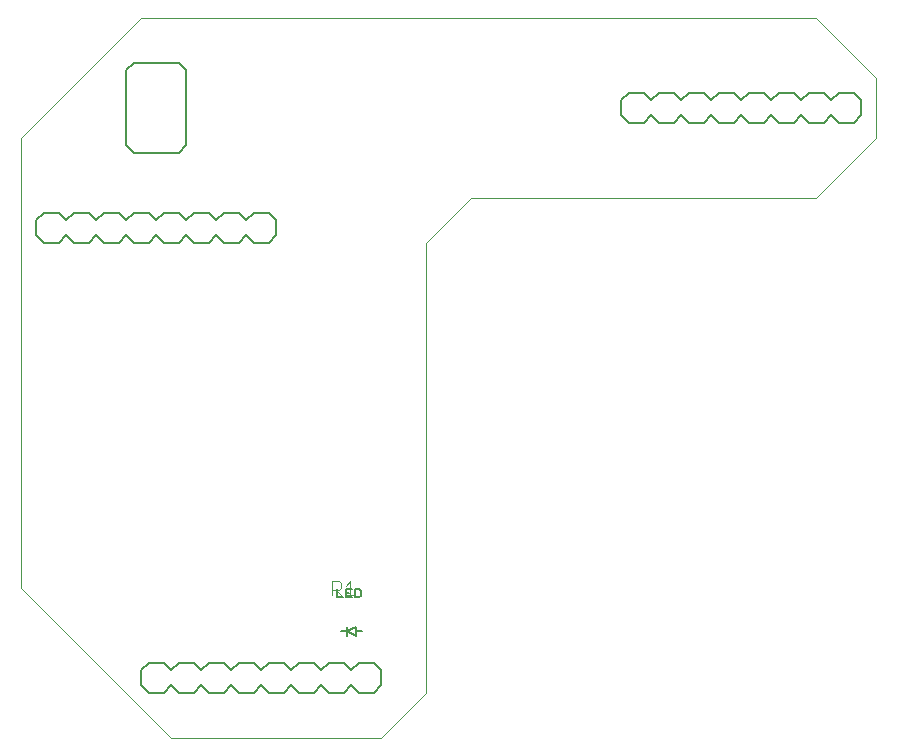
<source format=gto>
G75*
%MOIN*%
%OFA0B0*%
%FSLAX25Y25*%
%IPPOS*%
%LPD*%
%AMOC8*
5,1,8,0,0,1.08239X$1,22.5*
%
%ADD10C,0.00000*%
%ADD11C,0.00500*%
%ADD12C,0.00800*%
%ADD13C,0.00400*%
D10*
X0051000Y0001000D02*
X0121000Y0001000D01*
X0136000Y0016000D01*
X0136000Y0166000D01*
X0151000Y0181000D01*
X0266000Y0181000D01*
X0286000Y0201000D01*
X0286000Y0221000D01*
X0266000Y0241000D01*
X0041000Y0241000D01*
X0001000Y0201000D01*
X0001000Y0051000D01*
X0051000Y0001000D01*
D11*
X0106347Y0047893D02*
X0106347Y0050595D01*
X0106347Y0047893D02*
X0108149Y0047893D01*
X0109294Y0047893D02*
X0109294Y0050595D01*
X0111096Y0050595D01*
X0112240Y0050595D02*
X0112240Y0047893D01*
X0113592Y0047893D01*
X0114042Y0048343D01*
X0114042Y0050144D01*
X0113592Y0050595D01*
X0112240Y0050595D01*
X0110195Y0049244D02*
X0109294Y0049244D01*
X0109294Y0047893D02*
X0111096Y0047893D01*
X0053500Y0196000D02*
X0038500Y0196000D01*
X0036000Y0198500D01*
X0036000Y0223500D01*
X0038500Y0226000D01*
X0053500Y0226000D01*
X0056000Y0223500D01*
X0056000Y0198500D01*
X0053500Y0196000D01*
D12*
X0041000Y0023500D02*
X0041000Y0018500D01*
X0043500Y0016000D01*
X0048500Y0016000D01*
X0051000Y0018500D01*
X0053500Y0016000D01*
X0058500Y0016000D01*
X0061000Y0018500D01*
X0063500Y0016000D01*
X0068500Y0016000D01*
X0071000Y0018500D01*
X0073500Y0016000D01*
X0078500Y0016000D01*
X0081000Y0018500D01*
X0083500Y0016000D01*
X0088500Y0016000D01*
X0091000Y0018500D01*
X0093500Y0016000D01*
X0098500Y0016000D01*
X0101000Y0018500D01*
X0103500Y0016000D01*
X0108500Y0016000D01*
X0111000Y0018500D01*
X0113500Y0016000D01*
X0118500Y0016000D01*
X0121000Y0018500D01*
X0121000Y0023500D01*
X0118500Y0026000D01*
X0113500Y0026000D01*
X0111000Y0023500D01*
X0108500Y0026000D01*
X0103500Y0026000D01*
X0101000Y0023500D01*
X0098500Y0026000D01*
X0093500Y0026000D01*
X0091000Y0023500D01*
X0088500Y0026000D01*
X0083500Y0026000D01*
X0081000Y0023500D01*
X0078500Y0026000D01*
X0073500Y0026000D01*
X0071000Y0023500D01*
X0068500Y0026000D01*
X0063500Y0026000D01*
X0061000Y0023500D01*
X0058500Y0026000D01*
X0053500Y0026000D01*
X0051000Y0023500D01*
X0048500Y0026000D01*
X0043500Y0026000D01*
X0041000Y0023500D01*
X0107555Y0036571D02*
X0109524Y0036571D01*
X0109524Y0038047D01*
X0109524Y0036571D02*
X0109524Y0035094D01*
X0109524Y0036571D02*
X0112476Y0038047D01*
X0112476Y0036571D01*
X0114445Y0036571D01*
X0112476Y0036571D02*
X0112476Y0035094D01*
X0109524Y0036571D01*
X0083500Y0166000D02*
X0078500Y0166000D01*
X0076000Y0168500D01*
X0073500Y0166000D01*
X0068500Y0166000D01*
X0066000Y0168500D01*
X0063500Y0166000D01*
X0058500Y0166000D01*
X0056000Y0168500D01*
X0053500Y0166000D01*
X0048500Y0166000D01*
X0046000Y0168500D01*
X0043500Y0166000D01*
X0038500Y0166000D01*
X0036000Y0168500D01*
X0033500Y0166000D01*
X0028500Y0166000D01*
X0026000Y0168500D01*
X0023500Y0166000D01*
X0018500Y0166000D01*
X0016000Y0168500D01*
X0013500Y0166000D01*
X0008500Y0166000D01*
X0006000Y0168500D01*
X0006000Y0173500D01*
X0008500Y0176000D01*
X0013500Y0176000D01*
X0016000Y0173500D01*
X0018500Y0176000D01*
X0023500Y0176000D01*
X0026000Y0173500D01*
X0028500Y0176000D01*
X0033500Y0176000D01*
X0036000Y0173500D01*
X0038500Y0176000D01*
X0043500Y0176000D01*
X0046000Y0173500D01*
X0048500Y0176000D01*
X0053500Y0176000D01*
X0056000Y0173500D01*
X0058500Y0176000D01*
X0063500Y0176000D01*
X0066000Y0173500D01*
X0068500Y0176000D01*
X0073500Y0176000D01*
X0076000Y0173500D01*
X0078500Y0176000D01*
X0083500Y0176000D01*
X0086000Y0173500D01*
X0086000Y0168500D01*
X0083500Y0166000D01*
X0201000Y0208500D02*
X0203500Y0206000D01*
X0208500Y0206000D01*
X0211000Y0208500D01*
X0213500Y0206000D01*
X0218500Y0206000D01*
X0221000Y0208500D01*
X0223500Y0206000D01*
X0228500Y0206000D01*
X0231000Y0208500D01*
X0233500Y0206000D01*
X0238500Y0206000D01*
X0241000Y0208500D01*
X0243500Y0206000D01*
X0248500Y0206000D01*
X0251000Y0208500D01*
X0253500Y0206000D01*
X0258500Y0206000D01*
X0261000Y0208500D01*
X0263500Y0206000D01*
X0268500Y0206000D01*
X0271000Y0208500D01*
X0273500Y0206000D01*
X0278500Y0206000D01*
X0281000Y0208500D01*
X0281000Y0213500D01*
X0278500Y0216000D01*
X0273500Y0216000D01*
X0271000Y0213500D01*
X0268500Y0216000D01*
X0263500Y0216000D01*
X0261000Y0213500D01*
X0258500Y0216000D01*
X0253500Y0216000D01*
X0251000Y0213500D01*
X0248500Y0216000D01*
X0243500Y0216000D01*
X0241000Y0213500D01*
X0238500Y0216000D01*
X0233500Y0216000D01*
X0231000Y0213500D01*
X0228500Y0216000D01*
X0223500Y0216000D01*
X0221000Y0213500D01*
X0218500Y0216000D01*
X0213500Y0216000D01*
X0211000Y0213500D01*
X0208500Y0216000D01*
X0203500Y0216000D01*
X0201000Y0213500D01*
X0201000Y0208500D01*
D13*
X0110631Y0053304D02*
X0110631Y0048700D01*
X0112165Y0048700D02*
X0109096Y0048700D01*
X0107561Y0048700D02*
X0106027Y0050235D01*
X0106794Y0050235D02*
X0104492Y0050235D01*
X0104492Y0048700D02*
X0104492Y0053304D01*
X0106794Y0053304D01*
X0107561Y0052537D01*
X0107561Y0051002D01*
X0106794Y0050235D01*
X0109096Y0051769D02*
X0110631Y0053304D01*
M02*

</source>
